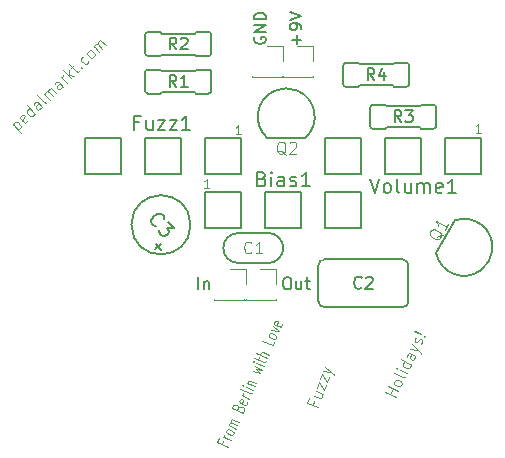
<source format=gbr>
G04 #@! TF.GenerationSoftware,KiCad,Pcbnew,(5.1.5-0-10_14)*
G04 #@! TF.CreationDate,2020-11-19T19:32:45+01:00*
G04 #@! TF.ProjectId,fuzzy-christmas-2020,66757a7a-792d-4636-9872-6973746d6173,rev?*
G04 #@! TF.SameCoordinates,Original*
G04 #@! TF.FileFunction,Legend,Top*
G04 #@! TF.FilePolarity,Positive*
%FSLAX46Y46*%
G04 Gerber Fmt 4.6, Leading zero omitted, Abs format (unit mm)*
G04 Created by KiCad (PCBNEW (5.1.5-0-10_14)) date 2020-11-19 19:32:45*
%MOMM*%
%LPD*%
G04 APERTURE LIST*
%ADD10C,0.100000*%
%ADD11C,0.125000*%
%ADD12C,0.152400*%
%ADD13C,0.127000*%
%ADD14C,0.120000*%
%ADD15C,0.150000*%
%ADD16C,0.097536*%
%ADD17C,0.081280*%
G04 APERTURE END LIST*
D10*
X217174032Y-97850270D02*
X217079126Y-98063430D01*
X217557650Y-98276483D02*
X216644105Y-97869746D01*
X216779684Y-97565231D01*
X217801692Y-97728355D02*
X217192662Y-97457198D01*
X217366670Y-97534671D02*
X217293224Y-97465483D01*
X217263280Y-97415663D01*
X217246893Y-97335392D01*
X217274009Y-97274489D01*
X218018618Y-97241131D02*
X217948000Y-97282666D01*
X217890940Y-97293749D01*
X217790378Y-97285464D01*
X217529365Y-97169253D01*
X217455919Y-97100065D01*
X217425974Y-97050245D01*
X217409588Y-96969973D01*
X217450262Y-96878619D01*
X217520880Y-96837084D01*
X217577940Y-96826001D01*
X217678502Y-96834287D01*
X217939515Y-96950497D01*
X218012961Y-97019685D01*
X218042906Y-97069505D01*
X218059292Y-97149777D01*
X218018618Y-97241131D01*
X218235545Y-96753907D02*
X217626514Y-96482749D01*
X217713519Y-96521486D02*
X217683574Y-96471666D01*
X217667188Y-96391395D01*
X217707862Y-96300040D01*
X217778480Y-96258506D01*
X217879042Y-96266791D01*
X218357566Y-96479843D01*
X217879042Y-96266791D02*
X217805595Y-96197602D01*
X217789209Y-96117331D01*
X217829883Y-96025977D01*
X217900501Y-95984442D01*
X218001063Y-95992727D01*
X218479587Y-96205780D01*
X218448473Y-94987827D02*
X218532649Y-94915841D01*
X218589709Y-94904758D01*
X218690271Y-94913043D01*
X218820778Y-94971148D01*
X218894224Y-95040337D01*
X218924168Y-95090157D01*
X218940555Y-95170428D01*
X218832092Y-95414040D01*
X217918546Y-95007304D01*
X218013451Y-94794143D01*
X218084069Y-94752608D01*
X218141129Y-94741525D01*
X218241692Y-94749811D01*
X218328696Y-94788547D01*
X218402142Y-94857736D01*
X218432087Y-94907556D01*
X218448473Y-94987827D01*
X218353568Y-95200988D01*
X219181768Y-94511578D02*
X219198155Y-94591849D01*
X219143923Y-94713655D01*
X219073305Y-94755190D01*
X218972743Y-94746905D01*
X218624726Y-94591957D01*
X218551279Y-94522769D01*
X218534893Y-94442498D01*
X218589124Y-94320692D01*
X218659742Y-94279157D01*
X218760304Y-94287442D01*
X218847309Y-94326179D01*
X218798734Y-94669431D01*
X219360849Y-94226431D02*
X218751819Y-93955273D01*
X218925828Y-94032747D02*
X218852381Y-93963559D01*
X218822437Y-93913739D01*
X218806051Y-93833467D01*
X218833166Y-93772564D01*
X219577775Y-93739207D02*
X219507158Y-93780742D01*
X219406595Y-93772456D01*
X218623556Y-93423825D01*
X219686239Y-93495595D02*
X219077208Y-93224437D01*
X218772693Y-93088858D02*
X218802637Y-93138678D01*
X218859697Y-93127595D01*
X218829753Y-93077775D01*
X218772693Y-93088858D01*
X218859697Y-93127595D01*
X219212787Y-92919922D02*
X219821817Y-93191080D01*
X219299791Y-92958659D02*
X219269847Y-92908839D01*
X219253461Y-92828567D01*
X219294134Y-92737213D01*
X219364752Y-92695678D01*
X219465315Y-92703964D01*
X219943838Y-92917016D01*
X219660197Y-91915022D02*
X220323459Y-92064374D01*
X219942669Y-91748883D01*
X220431922Y-91820762D01*
X219877124Y-91427798D01*
X220594617Y-91455343D02*
X219985587Y-91184186D01*
X219681072Y-91048607D02*
X219711016Y-91098427D01*
X219768076Y-91087344D01*
X219738132Y-91037524D01*
X219681072Y-91048607D01*
X219768076Y-91087344D01*
X220080492Y-90971025D02*
X220188955Y-90727413D01*
X219816651Y-90744092D02*
X220599689Y-91092723D01*
X220700252Y-91101008D01*
X220770870Y-91059474D01*
X220797985Y-90998571D01*
X220892891Y-90785410D02*
X219979345Y-90378673D01*
X221014912Y-90511346D02*
X220536388Y-90298294D01*
X220435826Y-90290009D01*
X220365208Y-90331543D01*
X220324534Y-90422898D01*
X220340920Y-90503169D01*
X220370865Y-90552989D01*
X221502996Y-89415092D02*
X221367417Y-89719607D01*
X220453871Y-89312870D01*
X221638574Y-89110577D02*
X221567957Y-89152111D01*
X221510896Y-89163194D01*
X221410334Y-89154909D01*
X221149321Y-89038699D01*
X221075875Y-88969510D01*
X221045931Y-88919690D01*
X221029544Y-88839419D01*
X221070218Y-88748064D01*
X221140836Y-88706530D01*
X221197896Y-88695447D01*
X221298458Y-88703732D01*
X221559471Y-88819942D01*
X221632917Y-88889131D01*
X221662862Y-88938951D01*
X221679248Y-89019222D01*
X221638574Y-89110577D01*
X221219355Y-88413098D02*
X221896174Y-88531998D01*
X221354933Y-88108583D01*
X222137388Y-87873148D02*
X222153774Y-87953419D01*
X222099543Y-88075225D01*
X222028925Y-88116760D01*
X221928362Y-88108474D01*
X221580345Y-87953527D01*
X221506899Y-87884339D01*
X221490512Y-87804067D01*
X221544744Y-87682261D01*
X221615362Y-87640727D01*
X221715924Y-87649012D01*
X221802928Y-87687749D01*
X221754354Y-88031001D01*
D11*
X231757739Y-94072873D02*
X230858945Y-93634502D01*
X231286942Y-93843250D02*
X231512390Y-93381013D01*
X231983187Y-93610636D02*
X231084393Y-93172265D01*
X232227422Y-93109880D02*
X232147048Y-93166044D01*
X232085461Y-93183689D01*
X231981074Y-93180459D01*
X231724276Y-93055210D01*
X231657464Y-92974941D01*
X231633451Y-92915547D01*
X231628226Y-92817632D01*
X231684588Y-92702073D01*
X231764963Y-92645908D01*
X231826550Y-92628263D01*
X231930937Y-92631493D01*
X232187735Y-92756742D01*
X232254547Y-92837012D01*
X232278559Y-92896406D01*
X232283784Y-92994320D01*
X232227422Y-93109880D01*
X232584382Y-92378005D02*
X232504007Y-92434169D01*
X232399621Y-92430939D01*
X231629226Y-92055193D01*
X232734680Y-92069847D02*
X232135484Y-91777599D01*
X231835886Y-91631475D02*
X231859899Y-91690870D01*
X231921486Y-91673225D01*
X231897473Y-91613830D01*
X231835886Y-91631475D01*
X231921486Y-91673225D01*
X233091640Y-91337971D02*
X232192846Y-90899600D01*
X233048840Y-91317097D02*
X233054065Y-91415011D01*
X232978916Y-91569090D01*
X232898541Y-91625255D01*
X232836954Y-91642899D01*
X232732568Y-91639670D01*
X232475769Y-91514421D01*
X232408957Y-91434151D01*
X232384945Y-91374757D01*
X232379720Y-91276842D01*
X232454869Y-91122763D01*
X232535243Y-91066599D01*
X233448599Y-90606096D02*
X232977802Y-90376473D01*
X232873416Y-90373243D01*
X232793041Y-90429408D01*
X232717892Y-90583487D01*
X232723117Y-90681401D01*
X233405799Y-90585221D02*
X233411025Y-90683136D01*
X233317088Y-90875734D01*
X233236713Y-90931899D01*
X233132327Y-90928669D01*
X233046727Y-90886920D01*
X232979915Y-90806650D01*
X232974690Y-90708736D01*
X233068627Y-90516137D01*
X233063402Y-90418223D01*
X232999702Y-90005691D02*
X233692835Y-90105340D01*
X233187575Y-89620493D02*
X233692835Y-90105340D01*
X233869258Y-90286753D01*
X233893271Y-90346148D01*
X233898496Y-90444062D01*
X233875483Y-89622228D02*
X233955857Y-89566063D01*
X234031007Y-89411984D01*
X234025782Y-89314070D01*
X233958969Y-89233800D01*
X233916170Y-89212926D01*
X233811783Y-89209696D01*
X233731409Y-89265860D01*
X233675047Y-89381420D01*
X233594672Y-89437584D01*
X233490285Y-89434354D01*
X233447486Y-89413480D01*
X233380674Y-89333210D01*
X233375449Y-89235296D01*
X233431811Y-89119737D01*
X233512185Y-89063572D01*
X234170855Y-88907998D02*
X234232442Y-88890353D01*
X234256455Y-88949747D01*
X234194868Y-88967392D01*
X234170855Y-88907998D01*
X234256455Y-88949747D01*
X233914057Y-88782749D02*
X233381673Y-88570771D01*
X233357661Y-88511376D01*
X233419248Y-88493731D01*
X233914057Y-88782749D01*
X233357661Y-88511376D01*
X224832651Y-94462155D02*
X224730045Y-94744062D01*
X225222265Y-94923216D02*
X224282573Y-94581196D01*
X224429153Y-94178470D01*
X224991570Y-93607844D02*
X225618031Y-93835857D01*
X224859648Y-93970297D02*
X225351868Y-94149450D01*
X225456020Y-94141751D01*
X225530083Y-94077492D01*
X225574057Y-93956675D01*
X225558626Y-93859843D01*
X225528537Y-93803284D01*
X225108834Y-93285663D02*
X225270072Y-92842665D01*
X225735296Y-93513677D01*
X225896534Y-93070679D01*
X225358020Y-92601030D02*
X225519258Y-92158032D01*
X225984482Y-92829044D01*
X226145720Y-92386046D01*
X225607206Y-91916397D02*
X226306958Y-91943048D01*
X225753786Y-91513672D02*
X226306958Y-91943048D01*
X226501378Y-92105026D01*
X226531467Y-92161585D01*
X226546899Y-92258417D01*
X199351682Y-70982384D02*
X200046341Y-71701724D01*
X199384761Y-71016638D02*
X199413340Y-70922842D01*
X199536655Y-70803758D01*
X199631392Y-70778470D01*
X199695300Y-70782953D01*
X199792287Y-70821690D01*
X199990760Y-71027216D01*
X200026090Y-71125496D01*
X200028340Y-71189521D01*
X199999761Y-71283317D01*
X199876446Y-71402402D01*
X199781709Y-71427690D01*
X200614088Y-70623871D02*
X200585509Y-70717667D01*
X200462194Y-70836751D01*
X200367457Y-70862039D01*
X200270470Y-70823302D01*
X200005838Y-70549268D01*
X199970509Y-70450988D01*
X199999088Y-70357191D01*
X200122404Y-70238107D01*
X200217140Y-70212819D01*
X200314127Y-70251557D01*
X200380285Y-70320065D01*
X200138154Y-70686285D01*
X201232915Y-70092475D02*
X200538257Y-69373135D01*
X201199836Y-70058220D02*
X201171257Y-70152017D01*
X201047942Y-70271101D01*
X200953205Y-70296389D01*
X200889297Y-70291906D01*
X200792311Y-70253168D01*
X200593837Y-70047642D01*
X200558508Y-69949363D01*
X200556258Y-69885338D01*
X200584836Y-69791541D01*
X200708152Y-69672457D01*
X200802888Y-69647169D01*
X201818663Y-69526824D02*
X201454794Y-69150027D01*
X201357808Y-69111290D01*
X201263071Y-69136577D01*
X201139756Y-69255662D01*
X201111177Y-69349458D01*
X201785584Y-69492570D02*
X201757005Y-69586366D01*
X201602861Y-69735222D01*
X201508124Y-69760510D01*
X201411138Y-69721772D01*
X201344980Y-69653263D01*
X201309651Y-69554984D01*
X201338229Y-69461187D01*
X201492374Y-69312332D01*
X201520952Y-69218536D01*
X202219438Y-69139800D02*
X202124701Y-69165088D01*
X202027715Y-69126351D01*
X201432293Y-68509774D01*
X202466069Y-68901632D02*
X202002963Y-68422072D01*
X202069121Y-68490580D02*
X202066871Y-68426555D01*
X202095450Y-68332759D01*
X202187936Y-68243445D01*
X202282673Y-68218157D01*
X202379660Y-68256895D01*
X202743529Y-68633692D01*
X202379660Y-68256895D02*
X202344331Y-68158615D01*
X202372909Y-68064819D01*
X202465396Y-67975506D01*
X202560133Y-67950218D01*
X202657119Y-67988955D01*
X203020988Y-68365752D01*
X203606736Y-67800102D02*
X203242868Y-67423305D01*
X203145881Y-67384567D01*
X203051144Y-67409855D01*
X202927829Y-67528940D01*
X202899250Y-67622736D01*
X203573657Y-67765848D02*
X203545079Y-67859644D01*
X203390934Y-68008499D01*
X203296198Y-68033787D01*
X203199211Y-67995050D01*
X203133053Y-67926541D01*
X203097724Y-67828262D01*
X203126303Y-67734465D01*
X203280447Y-67585610D01*
X203309026Y-67491813D01*
X203915025Y-67502391D02*
X203451919Y-67022831D01*
X203584235Y-67159848D02*
X203548906Y-67061569D01*
X203546656Y-66997543D01*
X203575235Y-66903747D01*
X203636892Y-66844205D01*
X204315800Y-67115367D02*
X203621141Y-66396027D01*
X204112826Y-66781791D02*
X204562431Y-66877199D01*
X204099325Y-66397639D02*
X204117326Y-66909842D01*
X204284298Y-66219012D02*
X204530929Y-65980844D01*
X204145232Y-65889919D02*
X204740653Y-66506496D01*
X204837640Y-66545234D01*
X204932377Y-66519946D01*
X204994034Y-66460404D01*
X205143678Y-66183498D02*
X205207586Y-66187981D01*
X205209836Y-66252006D01*
X205145929Y-66247523D01*
X205143678Y-66183498D01*
X205209836Y-66252006D01*
X205762506Y-65652101D02*
X205733927Y-65745898D01*
X205610611Y-65864982D01*
X205515875Y-65890270D01*
X205451967Y-65885787D01*
X205354980Y-65847049D01*
X205156506Y-65641524D01*
X205121177Y-65543244D01*
X205118927Y-65479219D01*
X205147506Y-65385422D01*
X205270821Y-65266338D01*
X205365558Y-65241050D01*
X206165531Y-65329103D02*
X206070794Y-65354391D01*
X206006886Y-65349908D01*
X205909899Y-65311170D01*
X205711426Y-65105644D01*
X205676097Y-65007365D01*
X205673846Y-64943339D01*
X205702425Y-64849543D01*
X205794912Y-64760230D01*
X205889648Y-64734942D01*
X205953556Y-64739425D01*
X206050543Y-64778163D01*
X206249017Y-64983688D01*
X206284346Y-65081968D01*
X206286596Y-65145993D01*
X206258017Y-65239790D01*
X206165531Y-65329103D01*
X206658792Y-64852766D02*
X206195687Y-64373206D01*
X206261845Y-64441714D02*
X206259595Y-64377689D01*
X206288173Y-64283893D01*
X206380660Y-64194579D01*
X206475396Y-64169292D01*
X206572383Y-64208029D01*
X206936252Y-64584826D01*
X206572383Y-64208029D02*
X206537054Y-64109749D01*
X206565633Y-64015953D01*
X206658119Y-63926640D01*
X206752856Y-63901352D01*
X206849843Y-63940089D01*
X207213712Y-64316886D01*
D12*
X210550000Y-66611500D02*
X210550000Y-68135500D01*
X210804000Y-66357500D02*
X211820000Y-66357500D01*
X210804000Y-68389500D02*
X211820000Y-68389500D01*
X211947000Y-66484500D02*
X214773000Y-66484500D01*
X211947000Y-66484500D02*
X211820000Y-66357500D01*
X211947000Y-68262500D02*
X214773000Y-68262500D01*
X211947000Y-68262500D02*
X211820000Y-68389500D01*
X214773000Y-66484500D02*
X214900000Y-66357500D01*
X215916000Y-66357500D02*
X214900000Y-66357500D01*
X214773000Y-68262500D02*
X214900000Y-68389500D01*
X215916000Y-68389500D02*
X214900000Y-68389500D01*
X216170000Y-66611500D02*
X216170000Y-68135500D01*
X210550000Y-68135500D02*
G75*
G03X210804000Y-68389500I254000J0D01*
G01*
X210550000Y-66611500D02*
G75*
G02X210804000Y-66357500I254000J0D01*
G01*
X215916000Y-66357500D02*
G75*
G02X216170000Y-66611500I0J-254000D01*
G01*
X215916000Y-68389500D02*
G75*
G03X216170000Y-68135500I0J254000D01*
G01*
X214399500Y-79502000D02*
G75*
G03X214399500Y-79502000I-2500000J0D01*
G01*
X211431643Y-81552446D02*
X211918082Y-81144275D01*
X211452885Y-81103576D02*
X211877382Y-81609472D01*
D13*
X218694000Y-75184000D02*
X218694000Y-72136000D01*
X215646000Y-75184000D02*
X218694000Y-75184000D01*
X215646000Y-72136000D02*
X215646000Y-75184000D01*
X213614000Y-75184000D02*
X213614000Y-72136000D01*
X210566000Y-75184000D02*
X213614000Y-75184000D01*
X210566000Y-72136000D02*
X210566000Y-75184000D01*
X208534000Y-75184000D02*
X208534000Y-72136000D01*
X205486000Y-75184000D02*
X208534000Y-75184000D01*
X205486000Y-72136000D02*
X205486000Y-75184000D01*
X215646000Y-72136000D02*
X218694000Y-72136000D01*
X210566000Y-72136000D02*
X213614000Y-72136000D01*
X205486000Y-72136000D02*
X208534000Y-72136000D01*
X228854000Y-79756000D02*
X225806000Y-79756000D01*
X223774000Y-79756000D02*
X220726000Y-79756000D01*
X218694000Y-79756000D02*
X215646000Y-79756000D01*
X228854000Y-79756000D02*
X228854000Y-76708000D01*
X228854000Y-76708000D02*
X225806000Y-76708000D01*
X225806000Y-76708000D02*
X225806000Y-79756000D01*
X223774000Y-79756000D02*
X223774000Y-76708000D01*
X223774000Y-76708000D02*
X220726000Y-76708000D01*
X220726000Y-76708000D02*
X220726000Y-79756000D01*
X218694000Y-79756000D02*
X218694000Y-76708000D01*
X218694000Y-76708000D02*
X215646000Y-76708000D01*
X215646000Y-76708000D02*
X215646000Y-79756000D01*
X239014000Y-75184000D02*
X239014000Y-72136000D01*
X235966000Y-75184000D02*
X239014000Y-75184000D01*
X235966000Y-72136000D02*
X235966000Y-75184000D01*
X233934000Y-75184000D02*
X233934000Y-72136000D01*
X230886000Y-75184000D02*
X233934000Y-75184000D01*
X230886000Y-72136000D02*
X230886000Y-75184000D01*
X228854000Y-75184000D02*
X228854000Y-72136000D01*
X225806000Y-75184000D02*
X228854000Y-75184000D01*
X225806000Y-72136000D02*
X225806000Y-75184000D01*
X235966000Y-72136000D02*
X239014000Y-72136000D01*
X230886000Y-72136000D02*
X233934000Y-72136000D01*
X225806000Y-72136000D02*
X228854000Y-72136000D01*
D12*
X222250000Y-81470500D02*
G75*
G02X220980000Y-82740500I-1270000J0D01*
G01*
X220980000Y-80200500D02*
G75*
G02X222250000Y-81470500I0J-1270000D01*
G01*
X220980000Y-80200500D02*
X219075000Y-80200500D01*
X219075000Y-80200500D02*
X218440000Y-80200500D01*
X217170000Y-81470500D02*
G75*
G02X218440000Y-80200500I1270000J0D01*
G01*
X218440000Y-82740500D02*
G75*
G02X217170000Y-81470500I0J1270000D01*
G01*
X218440000Y-82740500D02*
X220980000Y-82740500D01*
X236829207Y-79105513D02*
X235198207Y-81930487D01*
X235198207Y-81930488D02*
G75*
G03X238982793Y-83350992I2355458J523739D01*
G01*
X239951692Y-81672807D02*
G75*
G03X236829207Y-79105513I-2398327J265539D01*
G01*
X238982643Y-83351252D02*
G75*
G03X239951843Y-81672548I-1429143J1944252D01*
G01*
X220873000Y-72136000D02*
X224135000Y-72136000D01*
X224135001Y-72136001D02*
G75*
G03X223472900Y-68148200I-1631301J1778018D01*
G01*
X221535101Y-68148201D02*
G75*
G03X220873000Y-72136000I969199J-2209782D01*
G01*
X223473200Y-68148200D02*
G75*
G03X221534800Y-68148200I-969200J-2209800D01*
G01*
X210804000Y-63182500D02*
G75*
G03X210550000Y-63436500I0J-254000D01*
G01*
X210804000Y-65214500D02*
G75*
G02X210550000Y-64960500I0J254000D01*
G01*
X216170000Y-64960500D02*
G75*
G02X215916000Y-65214500I-254000J0D01*
G01*
X216170000Y-63436500D02*
G75*
G03X215916000Y-63182500I-254000J0D01*
G01*
X210550000Y-64960500D02*
X210550000Y-63436500D01*
X210804000Y-63182500D02*
X211820000Y-63182500D01*
X211947000Y-63309500D02*
X211820000Y-63182500D01*
X210804000Y-65214500D02*
X211820000Y-65214500D01*
X211947000Y-65087500D02*
X211820000Y-65214500D01*
X214773000Y-63309500D02*
X214900000Y-63182500D01*
X214773000Y-63309500D02*
X211947000Y-63309500D01*
X214773000Y-65087500D02*
X214900000Y-65214500D01*
X214773000Y-65087500D02*
X211947000Y-65087500D01*
X215916000Y-63182500D02*
X214900000Y-63182500D01*
X215916000Y-65214500D02*
X214900000Y-65214500D01*
X216170000Y-64960500D02*
X216170000Y-63436500D01*
X234966000Y-71374000D02*
G75*
G03X235220000Y-71120000I0J254000D01*
G01*
X234966000Y-69342000D02*
G75*
G02X235220000Y-69596000I0J-254000D01*
G01*
X229600000Y-69596000D02*
G75*
G02X229854000Y-69342000I254000J0D01*
G01*
X229600000Y-71120000D02*
G75*
G03X229854000Y-71374000I254000J0D01*
G01*
X235220000Y-69596000D02*
X235220000Y-71120000D01*
X234966000Y-71374000D02*
X233950000Y-71374000D01*
X233823000Y-71247000D02*
X233950000Y-71374000D01*
X234966000Y-69342000D02*
X233950000Y-69342000D01*
X233823000Y-69469000D02*
X233950000Y-69342000D01*
X230997000Y-71247000D02*
X230870000Y-71374000D01*
X230997000Y-71247000D02*
X233823000Y-71247000D01*
X230997000Y-69469000D02*
X230870000Y-69342000D01*
X230997000Y-69469000D02*
X233823000Y-69469000D01*
X229854000Y-71374000D02*
X230870000Y-71374000D01*
X229854000Y-69342000D02*
X230870000Y-69342000D01*
X229600000Y-69596000D02*
X229600000Y-71120000D01*
X232934000Y-67564000D02*
X232934000Y-66040000D01*
X232680000Y-67818000D02*
X231664000Y-67818000D01*
X232680000Y-65786000D02*
X231664000Y-65786000D01*
X231537000Y-67691000D02*
X228711000Y-67691000D01*
X231537000Y-67691000D02*
X231664000Y-67818000D01*
X231537000Y-65913000D02*
X228711000Y-65913000D01*
X231537000Y-65913000D02*
X231664000Y-65786000D01*
X228711000Y-67691000D02*
X228584000Y-67818000D01*
X227568000Y-67818000D02*
X228584000Y-67818000D01*
X228711000Y-65913000D02*
X228584000Y-65786000D01*
X227568000Y-65786000D02*
X228584000Y-65786000D01*
X227314000Y-67564000D02*
X227314000Y-66040000D01*
X232934000Y-66040000D02*
G75*
G03X232680000Y-65786000I-254000J0D01*
G01*
X232934000Y-67564000D02*
G75*
G02X232680000Y-67818000I-254000J0D01*
G01*
X227568000Y-67818000D02*
G75*
G02X227314000Y-67564000I0J254000D01*
G01*
X227568000Y-65786000D02*
G75*
G03X227314000Y-66040000I0J-254000D01*
G01*
D14*
X222126500Y-66989000D02*
X224786500Y-66989000D01*
X222126500Y-66869000D02*
X222126500Y-66989000D01*
X224786500Y-66869000D02*
X224786500Y-66989000D01*
X224786500Y-64329000D02*
X224786500Y-65659000D01*
X223456500Y-64329000D02*
X224786500Y-64329000D01*
X220281500Y-83213900D02*
X221611500Y-83213900D01*
X221611500Y-83213900D02*
X221611500Y-84543900D01*
X221611500Y-85753900D02*
X221611500Y-85873900D01*
X218951500Y-85753900D02*
X218951500Y-85873900D01*
X218951500Y-85873900D02*
X221611500Y-85873900D01*
X216411500Y-85873900D02*
X219071500Y-85873900D01*
X216411500Y-85753900D02*
X216411500Y-85873900D01*
X219071500Y-85753900D02*
X219071500Y-85873900D01*
X219071500Y-83213900D02*
X219071500Y-84543900D01*
X217741500Y-83213900D02*
X219071500Y-83213900D01*
X220916500Y-64329000D02*
X222246500Y-64329000D01*
X222246500Y-64329000D02*
X222246500Y-65659000D01*
X222246500Y-66869000D02*
X222246500Y-66989000D01*
X219586500Y-66869000D02*
X219586500Y-66989000D01*
X219586500Y-66989000D02*
X222246500Y-66989000D01*
D12*
X232346500Y-86487000D02*
X225742500Y-86487000D01*
X225234500Y-85979000D02*
G75*
G03X225742500Y-86487000I508000J0D01*
G01*
X225234500Y-85979000D02*
X225234500Y-82931000D01*
X225742500Y-82423000D02*
G75*
G03X225234500Y-82931000I0J-508000D01*
G01*
X225742500Y-82423000D02*
X232346500Y-82423000D01*
X232854500Y-82931000D02*
G75*
G03X232346500Y-82423000I-508000J0D01*
G01*
X232854500Y-82931000D02*
X232854500Y-85979000D01*
X232346500Y-86487000D02*
G75*
G03X232854500Y-85979000I0J508000D01*
G01*
D15*
X213193333Y-67825880D02*
X212860000Y-67349690D01*
X212621904Y-67825880D02*
X212621904Y-66825880D01*
X213002857Y-66825880D01*
X213098095Y-66873500D01*
X213145714Y-66921119D01*
X213193333Y-67016357D01*
X213193333Y-67159214D01*
X213145714Y-67254452D01*
X213098095Y-67302071D01*
X213002857Y-67349690D01*
X212621904Y-67349690D01*
X214145714Y-67825880D02*
X213574285Y-67825880D01*
X213860000Y-67825880D02*
X213860000Y-66825880D01*
X213764761Y-66968738D01*
X213669523Y-67063976D01*
X213574285Y-67111595D01*
D12*
X211440163Y-79624933D02*
X211359222Y-79617852D01*
X211204422Y-79522748D01*
X211130562Y-79434726D01*
X211063784Y-79265763D01*
X211077947Y-79103882D01*
X211129040Y-78986011D01*
X211268154Y-78794282D01*
X211400187Y-78683493D01*
X211613161Y-78579785D01*
X211738113Y-78549937D01*
X211899995Y-78564099D01*
X212054795Y-78659203D01*
X212128654Y-78747225D01*
X212195432Y-78916188D01*
X212188351Y-78997129D01*
X212534881Y-79231347D02*
X213014967Y-79803491D01*
X212404370Y-79790851D01*
X212515159Y-79922884D01*
X212545008Y-80047836D01*
X212537926Y-80128777D01*
X212486834Y-80246647D01*
X212266778Y-80431296D01*
X212141826Y-80461144D01*
X212060886Y-80454062D01*
X211943015Y-80402970D01*
X211721437Y-80138903D01*
X211691589Y-80013952D01*
X211698670Y-79933011D01*
X210038345Y-70843321D02*
X209636178Y-70843321D01*
X209636178Y-71475297D02*
X209636178Y-70268797D01*
X210210702Y-70268797D01*
X211187392Y-70670964D02*
X211187392Y-71475297D01*
X210670321Y-70670964D02*
X210670321Y-71302940D01*
X210727773Y-71417845D01*
X210842678Y-71475297D01*
X211015035Y-71475297D01*
X211129940Y-71417845D01*
X211187392Y-71360392D01*
X211647011Y-70670964D02*
X212278988Y-70670964D01*
X211647011Y-71475297D01*
X212278988Y-71475297D01*
X212623702Y-70670964D02*
X213255678Y-70670964D01*
X212623702Y-71475297D01*
X213255678Y-71475297D01*
X214347273Y-71475297D02*
X213657845Y-71475297D01*
X214002559Y-71475297D02*
X214002559Y-70268797D01*
X213887654Y-70441154D01*
X213772750Y-70556059D01*
X213657845Y-70613511D01*
D16*
X218660617Y-71850310D02*
X218219382Y-71850310D01*
X218440000Y-71850310D02*
X218440000Y-71078150D01*
X218366460Y-71188459D01*
X218292921Y-71261998D01*
X218219382Y-71298767D01*
D12*
X220440250Y-75605821D02*
X220612607Y-75663273D01*
X220670059Y-75720726D01*
X220727511Y-75835630D01*
X220727511Y-76007988D01*
X220670059Y-76122892D01*
X220612607Y-76180345D01*
X220497702Y-76237797D01*
X220038083Y-76237797D01*
X220038083Y-75031297D01*
X220440250Y-75031297D01*
X220555154Y-75088750D01*
X220612607Y-75146202D01*
X220670059Y-75261107D01*
X220670059Y-75376011D01*
X220612607Y-75490916D01*
X220555154Y-75548369D01*
X220440250Y-75605821D01*
X220038083Y-75605821D01*
X221244583Y-76237797D02*
X221244583Y-75433464D01*
X221244583Y-75031297D02*
X221187130Y-75088750D01*
X221244583Y-75146202D01*
X221302035Y-75088750D01*
X221244583Y-75031297D01*
X221244583Y-75146202D01*
X222336178Y-76237797D02*
X222336178Y-75605821D01*
X222278726Y-75490916D01*
X222163821Y-75433464D01*
X221934011Y-75433464D01*
X221819107Y-75490916D01*
X222336178Y-76180345D02*
X222221273Y-76237797D01*
X221934011Y-76237797D01*
X221819107Y-76180345D01*
X221761654Y-76065440D01*
X221761654Y-75950535D01*
X221819107Y-75835630D01*
X221934011Y-75778178D01*
X222221273Y-75778178D01*
X222336178Y-75720726D01*
X222853250Y-76180345D02*
X222968154Y-76237797D01*
X223197964Y-76237797D01*
X223312869Y-76180345D01*
X223370321Y-76065440D01*
X223370321Y-76007988D01*
X223312869Y-75893083D01*
X223197964Y-75835630D01*
X223025607Y-75835630D01*
X222910702Y-75778178D01*
X222853250Y-75663273D01*
X222853250Y-75605821D01*
X222910702Y-75490916D01*
X223025607Y-75433464D01*
X223197964Y-75433464D01*
X223312869Y-75490916D01*
X224519369Y-76237797D02*
X223829940Y-76237797D01*
X224174654Y-76237797D02*
X224174654Y-75031297D01*
X224059750Y-75203654D01*
X223944845Y-75318559D01*
X223829940Y-75376011D01*
D16*
X215993617Y-76358810D02*
X215552382Y-76358810D01*
X215773000Y-76358810D02*
X215773000Y-75586650D01*
X215699460Y-75696959D01*
X215625921Y-75770498D01*
X215552382Y-75807267D01*
D12*
X229593321Y-75602797D02*
X229995488Y-76809297D01*
X230397654Y-75602797D01*
X230972178Y-76809297D02*
X230857273Y-76751845D01*
X230799821Y-76694392D01*
X230742369Y-76579488D01*
X230742369Y-76234773D01*
X230799821Y-76119869D01*
X230857273Y-76062416D01*
X230972178Y-76004964D01*
X231144535Y-76004964D01*
X231259440Y-76062416D01*
X231316892Y-76119869D01*
X231374345Y-76234773D01*
X231374345Y-76579488D01*
X231316892Y-76694392D01*
X231259440Y-76751845D01*
X231144535Y-76809297D01*
X230972178Y-76809297D01*
X232063773Y-76809297D02*
X231948869Y-76751845D01*
X231891416Y-76636940D01*
X231891416Y-75602797D01*
X233040464Y-76004964D02*
X233040464Y-76809297D01*
X232523392Y-76004964D02*
X232523392Y-76636940D01*
X232580845Y-76751845D01*
X232695750Y-76809297D01*
X232868107Y-76809297D01*
X232983011Y-76751845D01*
X233040464Y-76694392D01*
X233614988Y-76809297D02*
X233614988Y-76004964D01*
X233614988Y-76119869D02*
X233672440Y-76062416D01*
X233787345Y-76004964D01*
X233959702Y-76004964D01*
X234074607Y-76062416D01*
X234132059Y-76177321D01*
X234132059Y-76809297D01*
X234132059Y-76177321D02*
X234189511Y-76062416D01*
X234304416Y-76004964D01*
X234476773Y-76004964D01*
X234591678Y-76062416D01*
X234649130Y-76177321D01*
X234649130Y-76809297D01*
X235683273Y-76751845D02*
X235568369Y-76809297D01*
X235338559Y-76809297D01*
X235223654Y-76751845D01*
X235166202Y-76636940D01*
X235166202Y-76177321D01*
X235223654Y-76062416D01*
X235338559Y-76004964D01*
X235568369Y-76004964D01*
X235683273Y-76062416D01*
X235740726Y-76177321D01*
X235740726Y-76292226D01*
X235166202Y-76407130D01*
X236889773Y-76809297D02*
X236200345Y-76809297D01*
X236545059Y-76809297D02*
X236545059Y-75602797D01*
X236430154Y-75775154D01*
X236315250Y-75890059D01*
X236200345Y-75947511D01*
D16*
X238980617Y-71723310D02*
X238539382Y-71723310D01*
X238760000Y-71723310D02*
X238760000Y-70951150D01*
X238686460Y-71061459D01*
X238612921Y-71134998D01*
X238539382Y-71171767D01*
D17*
X219549133Y-81815214D02*
X219503171Y-81861176D01*
X219365285Y-81907138D01*
X219273361Y-81907138D01*
X219135476Y-81861176D01*
X219043552Y-81769252D01*
X218997590Y-81677328D01*
X218951628Y-81493480D01*
X218951628Y-81355595D01*
X218997590Y-81171747D01*
X219043552Y-81079823D01*
X219135476Y-80987900D01*
X219273361Y-80941938D01*
X219365285Y-80941938D01*
X219503171Y-80987900D01*
X219549133Y-81033861D01*
X220468371Y-81907138D02*
X219916828Y-81907138D01*
X220192600Y-81907138D02*
X220192600Y-80941938D01*
X220100676Y-81079823D01*
X220008752Y-81171747D01*
X219916828Y-81217709D01*
D10*
X235848645Y-80268605D02*
X235759787Y-80327274D01*
X235629689Y-80362133D01*
X235434543Y-80414423D01*
X235345684Y-80473092D01*
X235298065Y-80555570D01*
X235528071Y-80633379D02*
X235439213Y-80692048D01*
X235309115Y-80726907D01*
X235120349Y-80672909D01*
X234831673Y-80506242D01*
X234690526Y-80369764D01*
X234655666Y-80239667D01*
X234662046Y-80133379D01*
X234757284Y-79968421D01*
X234846142Y-79909752D01*
X234976240Y-79874893D01*
X235165007Y-79928892D01*
X235453682Y-80095558D01*
X235594830Y-80232036D01*
X235629689Y-80362133D01*
X235623309Y-80468421D01*
X235528071Y-80633379D01*
X236218548Y-79437439D02*
X235932833Y-79932311D01*
X236075690Y-79684875D02*
X235209665Y-79184875D01*
X235285764Y-79338782D01*
X235320623Y-79468880D01*
X235314244Y-79575168D01*
X222457761Y-73564619D02*
X222362523Y-73517000D01*
X222267285Y-73421761D01*
X222124428Y-73278904D01*
X222029190Y-73231285D01*
X221933952Y-73231285D01*
X221981571Y-73469380D02*
X221886333Y-73421761D01*
X221791095Y-73326523D01*
X221743476Y-73136047D01*
X221743476Y-72802714D01*
X221791095Y-72612238D01*
X221886333Y-72517000D01*
X221981571Y-72469380D01*
X222172047Y-72469380D01*
X222267285Y-72517000D01*
X222362523Y-72612238D01*
X222410142Y-72802714D01*
X222410142Y-73136047D01*
X222362523Y-73326523D01*
X222267285Y-73421761D01*
X222172047Y-73469380D01*
X221981571Y-73469380D01*
X222791095Y-72564619D02*
X222838714Y-72517000D01*
X222933952Y-72469380D01*
X223172047Y-72469380D01*
X223267285Y-72517000D01*
X223314904Y-72564619D01*
X223362523Y-72659857D01*
X223362523Y-72755095D01*
X223314904Y-72897952D01*
X222743476Y-73469380D01*
X223362523Y-73469380D01*
D15*
X213193333Y-64650880D02*
X212860000Y-64174690D01*
X212621904Y-64650880D02*
X212621904Y-63650880D01*
X213002857Y-63650880D01*
X213098095Y-63698500D01*
X213145714Y-63746119D01*
X213193333Y-63841357D01*
X213193333Y-63984214D01*
X213145714Y-64079452D01*
X213098095Y-64127071D01*
X213002857Y-64174690D01*
X212621904Y-64174690D01*
X213574285Y-63746119D02*
X213621904Y-63698500D01*
X213717142Y-63650880D01*
X213955238Y-63650880D01*
X214050476Y-63698500D01*
X214098095Y-63746119D01*
X214145714Y-63841357D01*
X214145714Y-63936595D01*
X214098095Y-64079452D01*
X213526666Y-64650880D01*
X214145714Y-64650880D01*
X232243333Y-70810380D02*
X231910000Y-70334190D01*
X231671904Y-70810380D02*
X231671904Y-69810380D01*
X232052857Y-69810380D01*
X232148095Y-69858000D01*
X232195714Y-69905619D01*
X232243333Y-70000857D01*
X232243333Y-70143714D01*
X232195714Y-70238952D01*
X232148095Y-70286571D01*
X232052857Y-70334190D01*
X231671904Y-70334190D01*
X232576666Y-69810380D02*
X233195714Y-69810380D01*
X232862380Y-70191333D01*
X233005238Y-70191333D01*
X233100476Y-70238952D01*
X233148095Y-70286571D01*
X233195714Y-70381809D01*
X233195714Y-70619904D01*
X233148095Y-70715142D01*
X233100476Y-70762761D01*
X233005238Y-70810380D01*
X232719523Y-70810380D01*
X232624285Y-70762761D01*
X232576666Y-70715142D01*
X229957333Y-67254380D02*
X229624000Y-66778190D01*
X229385904Y-67254380D02*
X229385904Y-66254380D01*
X229766857Y-66254380D01*
X229862095Y-66302000D01*
X229909714Y-66349619D01*
X229957333Y-66444857D01*
X229957333Y-66587714D01*
X229909714Y-66682952D01*
X229862095Y-66730571D01*
X229766857Y-66778190D01*
X229385904Y-66778190D01*
X230814476Y-66587714D02*
X230814476Y-67254380D01*
X230576380Y-66206761D02*
X230338285Y-66921047D01*
X230957333Y-66921047D01*
X223413628Y-64201514D02*
X223413628Y-63439609D01*
X223794580Y-63820561D02*
X223032676Y-63820561D01*
X223794580Y-62915800D02*
X223794580Y-62725323D01*
X223746961Y-62630085D01*
X223699342Y-62582466D01*
X223556485Y-62487228D01*
X223366009Y-62439609D01*
X222985057Y-62439609D01*
X222889819Y-62487228D01*
X222842200Y-62534847D01*
X222794580Y-62630085D01*
X222794580Y-62820561D01*
X222842200Y-62915800D01*
X222889819Y-62963419D01*
X222985057Y-63011038D01*
X223223152Y-63011038D01*
X223318390Y-62963419D01*
X223366009Y-62915800D01*
X223413628Y-62820561D01*
X223413628Y-62630085D01*
X223366009Y-62534847D01*
X223318390Y-62487228D01*
X223223152Y-62439609D01*
X222794580Y-62153895D02*
X223794580Y-61820561D01*
X222794580Y-61487228D01*
X222496166Y-83958180D02*
X222686642Y-83958180D01*
X222781880Y-84005800D01*
X222877119Y-84101038D01*
X222924738Y-84291514D01*
X222924738Y-84624847D01*
X222877119Y-84815323D01*
X222781880Y-84910561D01*
X222686642Y-84958180D01*
X222496166Y-84958180D01*
X222400928Y-84910561D01*
X222305690Y-84815323D01*
X222258071Y-84624847D01*
X222258071Y-84291514D01*
X222305690Y-84101038D01*
X222400928Y-84005800D01*
X222496166Y-83958180D01*
X223781880Y-84291514D02*
X223781880Y-84958180D01*
X223353309Y-84291514D02*
X223353309Y-84815323D01*
X223400928Y-84910561D01*
X223496166Y-84958180D01*
X223639023Y-84958180D01*
X223734261Y-84910561D01*
X223781880Y-84862942D01*
X224115214Y-84291514D02*
X224496166Y-84291514D01*
X224258071Y-83958180D02*
X224258071Y-84815323D01*
X224305690Y-84910561D01*
X224400928Y-84958180D01*
X224496166Y-84958180D01*
X215066619Y-84958180D02*
X215066619Y-83958180D01*
X215542809Y-84291514D02*
X215542809Y-84958180D01*
X215542809Y-84386752D02*
X215590428Y-84339133D01*
X215685666Y-84291514D01*
X215828523Y-84291514D01*
X215923761Y-84339133D01*
X215971380Y-84434371D01*
X215971380Y-84958180D01*
X219832300Y-63626904D02*
X219784680Y-63722142D01*
X219784680Y-63865000D01*
X219832300Y-64007857D01*
X219927538Y-64103095D01*
X220022776Y-64150714D01*
X220213252Y-64198333D01*
X220356109Y-64198333D01*
X220546585Y-64150714D01*
X220641823Y-64103095D01*
X220737061Y-64007857D01*
X220784680Y-63865000D01*
X220784680Y-63769761D01*
X220737061Y-63626904D01*
X220689442Y-63579285D01*
X220356109Y-63579285D01*
X220356109Y-63769761D01*
X220784680Y-63150714D02*
X219784680Y-63150714D01*
X220784680Y-62579285D01*
X219784680Y-62579285D01*
X220784680Y-62103095D02*
X219784680Y-62103095D01*
X219784680Y-61865000D01*
X219832300Y-61722142D01*
X219927538Y-61626904D01*
X220022776Y-61579285D01*
X220213252Y-61531666D01*
X220356109Y-61531666D01*
X220546585Y-61579285D01*
X220641823Y-61626904D01*
X220737061Y-61722142D01*
X220784680Y-61865000D01*
X220784680Y-62103095D01*
X228877833Y-84812142D02*
X228830214Y-84859761D01*
X228687357Y-84907380D01*
X228592119Y-84907380D01*
X228449261Y-84859761D01*
X228354023Y-84764523D01*
X228306404Y-84669285D01*
X228258785Y-84478809D01*
X228258785Y-84335952D01*
X228306404Y-84145476D01*
X228354023Y-84050238D01*
X228449261Y-83955000D01*
X228592119Y-83907380D01*
X228687357Y-83907380D01*
X228830214Y-83955000D01*
X228877833Y-84002619D01*
X229258785Y-84002619D02*
X229306404Y-83955000D01*
X229401642Y-83907380D01*
X229639738Y-83907380D01*
X229734976Y-83955000D01*
X229782595Y-84002619D01*
X229830214Y-84097857D01*
X229830214Y-84193095D01*
X229782595Y-84335952D01*
X229211166Y-84907380D01*
X229830214Y-84907380D01*
M02*

</source>
